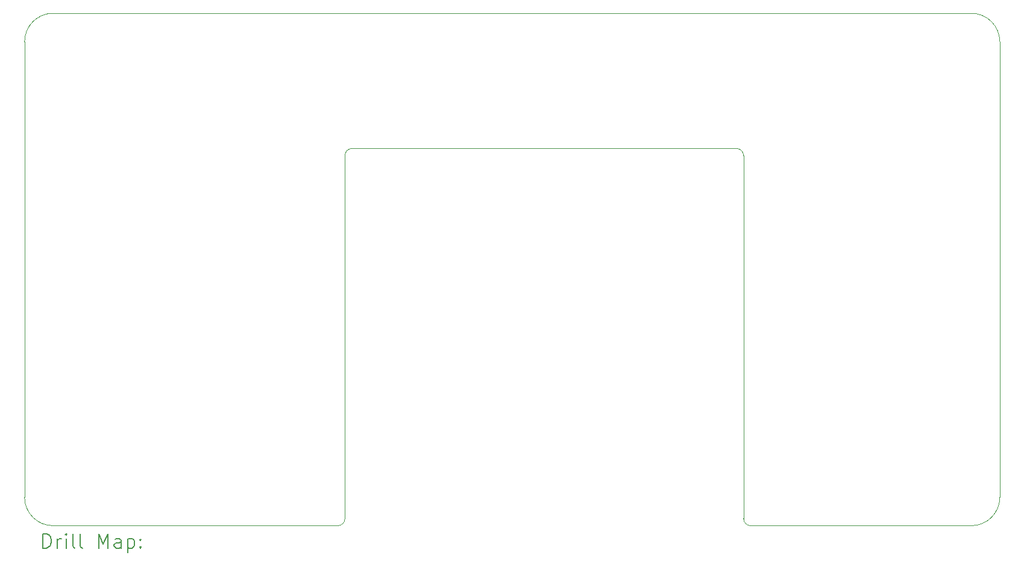
<source format=gbr>
%TF.GenerationSoftware,KiCad,Pcbnew,8.0.5*%
%TF.CreationDate,2025-01-01T12:05:07+09:00*%
%TF.ProjectId,NERD-HPC_CASE_B,4e455244-2d48-4504-935f-434153455f42,rev?*%
%TF.SameCoordinates,Original*%
%TF.FileFunction,Drillmap*%
%TF.FilePolarity,Positive*%
%FSLAX45Y45*%
G04 Gerber Fmt 4.5, Leading zero omitted, Abs format (unit mm)*
G04 Created by KiCad (PCBNEW 8.0.5) date 2025-01-01 12:05:07*
%MOMM*%
%LPD*%
G01*
G04 APERTURE LIST*
%ADD10C,0.050000*%
%ADD11C,0.200000*%
G04 APERTURE END LIST*
D10*
X17200000Y-13200000D02*
G75*
G02*
X17100000Y-13100000I0J100000D01*
G01*
X7000000Y-6400000D02*
X7000000Y-12800000D01*
X11500000Y-13100000D02*
G75*
G02*
X11400000Y-13200000I-100000J0D01*
G01*
X17100000Y-8000000D02*
X17100000Y-13100000D01*
X11500000Y-8000000D02*
G75*
G02*
X11600000Y-7900000I100000J0D01*
G01*
X7400000Y-13200000D02*
X11400000Y-13200000D01*
X20300000Y-6000000D02*
G75*
G02*
X20700000Y-6400000I0J-400000D01*
G01*
X11600000Y-7900000D02*
X17000000Y-7900000D01*
X20700000Y-12800000D02*
X20700000Y-6400000D01*
X20300000Y-6000000D02*
X7400000Y-6000000D01*
X17200000Y-13200000D02*
X20300000Y-13200000D01*
X7400000Y-13200000D02*
G75*
G02*
X7000000Y-12800000I0J400000D01*
G01*
X20700000Y-12800000D02*
G75*
G02*
X20300000Y-13200000I-400000J0D01*
G01*
X7000000Y-6400000D02*
G75*
G02*
X7400000Y-6000000I400000J0D01*
G01*
X17000000Y-7900000D02*
G75*
G02*
X17100000Y-8000000I0J-100000D01*
G01*
X11500000Y-13100000D02*
X11500000Y-8000000D01*
D11*
X7258277Y-13513984D02*
X7258277Y-13313984D01*
X7258277Y-13313984D02*
X7305896Y-13313984D01*
X7305896Y-13313984D02*
X7334467Y-13323508D01*
X7334467Y-13323508D02*
X7353515Y-13342555D01*
X7353515Y-13342555D02*
X7363039Y-13361603D01*
X7363039Y-13361603D02*
X7372562Y-13399698D01*
X7372562Y-13399698D02*
X7372562Y-13428269D01*
X7372562Y-13428269D02*
X7363039Y-13466365D01*
X7363039Y-13466365D02*
X7353515Y-13485412D01*
X7353515Y-13485412D02*
X7334467Y-13504460D01*
X7334467Y-13504460D02*
X7305896Y-13513984D01*
X7305896Y-13513984D02*
X7258277Y-13513984D01*
X7458277Y-13513984D02*
X7458277Y-13380650D01*
X7458277Y-13418746D02*
X7467801Y-13399698D01*
X7467801Y-13399698D02*
X7477324Y-13390174D01*
X7477324Y-13390174D02*
X7496372Y-13380650D01*
X7496372Y-13380650D02*
X7515420Y-13380650D01*
X7582086Y-13513984D02*
X7582086Y-13380650D01*
X7582086Y-13313984D02*
X7572562Y-13323508D01*
X7572562Y-13323508D02*
X7582086Y-13333031D01*
X7582086Y-13333031D02*
X7591610Y-13323508D01*
X7591610Y-13323508D02*
X7582086Y-13313984D01*
X7582086Y-13313984D02*
X7582086Y-13333031D01*
X7705896Y-13513984D02*
X7686848Y-13504460D01*
X7686848Y-13504460D02*
X7677324Y-13485412D01*
X7677324Y-13485412D02*
X7677324Y-13313984D01*
X7810658Y-13513984D02*
X7791610Y-13504460D01*
X7791610Y-13504460D02*
X7782086Y-13485412D01*
X7782086Y-13485412D02*
X7782086Y-13313984D01*
X8039229Y-13513984D02*
X8039229Y-13313984D01*
X8039229Y-13313984D02*
X8105896Y-13456841D01*
X8105896Y-13456841D02*
X8172562Y-13313984D01*
X8172562Y-13313984D02*
X8172562Y-13513984D01*
X8353515Y-13513984D02*
X8353515Y-13409222D01*
X8353515Y-13409222D02*
X8343991Y-13390174D01*
X8343991Y-13390174D02*
X8324943Y-13380650D01*
X8324943Y-13380650D02*
X8286848Y-13380650D01*
X8286848Y-13380650D02*
X8267801Y-13390174D01*
X8353515Y-13504460D02*
X8334467Y-13513984D01*
X8334467Y-13513984D02*
X8286848Y-13513984D01*
X8286848Y-13513984D02*
X8267801Y-13504460D01*
X8267801Y-13504460D02*
X8258277Y-13485412D01*
X8258277Y-13485412D02*
X8258277Y-13466365D01*
X8258277Y-13466365D02*
X8267801Y-13447317D01*
X8267801Y-13447317D02*
X8286848Y-13437793D01*
X8286848Y-13437793D02*
X8334467Y-13437793D01*
X8334467Y-13437793D02*
X8353515Y-13428269D01*
X8448753Y-13380650D02*
X8448753Y-13580650D01*
X8448753Y-13390174D02*
X8467801Y-13380650D01*
X8467801Y-13380650D02*
X8505896Y-13380650D01*
X8505896Y-13380650D02*
X8524944Y-13390174D01*
X8524944Y-13390174D02*
X8534467Y-13399698D01*
X8534467Y-13399698D02*
X8543991Y-13418746D01*
X8543991Y-13418746D02*
X8543991Y-13475888D01*
X8543991Y-13475888D02*
X8534467Y-13494936D01*
X8534467Y-13494936D02*
X8524944Y-13504460D01*
X8524944Y-13504460D02*
X8505896Y-13513984D01*
X8505896Y-13513984D02*
X8467801Y-13513984D01*
X8467801Y-13513984D02*
X8448753Y-13504460D01*
X8629705Y-13494936D02*
X8639229Y-13504460D01*
X8639229Y-13504460D02*
X8629705Y-13513984D01*
X8629705Y-13513984D02*
X8620182Y-13504460D01*
X8620182Y-13504460D02*
X8629705Y-13494936D01*
X8629705Y-13494936D02*
X8629705Y-13513984D01*
X8629705Y-13390174D02*
X8639229Y-13399698D01*
X8639229Y-13399698D02*
X8629705Y-13409222D01*
X8629705Y-13409222D02*
X8620182Y-13399698D01*
X8620182Y-13399698D02*
X8629705Y-13390174D01*
X8629705Y-13390174D02*
X8629705Y-13409222D01*
M02*

</source>
